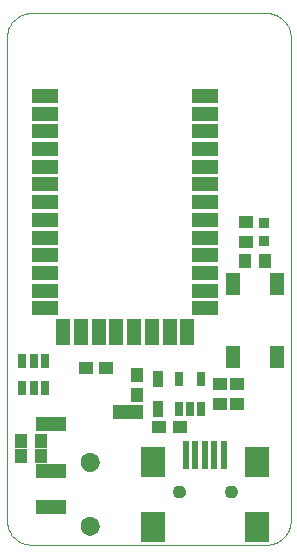
<source format=gts>
G75*
G70*
%OFA0B0*%
%FSLAX24Y24*%
%IPPOS*%
%LPD*%
%AMOC8*
5,1,8,0,0,1.08239X$1,22.5*
%
%ADD10C,0.0000*%
%ADD11R,0.0473X0.0434*%
%ADD12R,0.0355X0.0355*%
%ADD13R,0.0473X0.0749*%
%ADD14R,0.0276X0.0512*%
%ADD15R,0.1024X0.0512*%
%ADD16C,0.0631*%
%ADD17R,0.0434X0.0473*%
%ADD18R,0.0900X0.0460*%
%ADD19R,0.0460X0.0900*%
%ADD20R,0.0827X0.0985*%
%ADD21R,0.0237X0.0949*%
%ADD22C,0.0434*%
%ADD23R,0.0257X0.0512*%
%ADD24R,0.0355X0.0571*%
D10*
X000944Y000912D02*
X008818Y000912D01*
X008818Y000913D02*
X008872Y000915D01*
X008925Y000920D01*
X008978Y000929D01*
X009030Y000942D01*
X009082Y000958D01*
X009132Y000978D01*
X009180Y001001D01*
X009227Y001028D01*
X009272Y001057D01*
X009315Y001090D01*
X009355Y001125D01*
X009393Y001163D01*
X009428Y001203D01*
X009461Y001246D01*
X009490Y001291D01*
X009517Y001338D01*
X009540Y001386D01*
X009560Y001436D01*
X009576Y001488D01*
X009589Y001540D01*
X009598Y001593D01*
X009603Y001646D01*
X009605Y001700D01*
X009605Y017842D01*
X009603Y017896D01*
X009598Y017949D01*
X009589Y018002D01*
X009576Y018054D01*
X009560Y018106D01*
X009540Y018156D01*
X009517Y018204D01*
X009490Y018251D01*
X009461Y018296D01*
X009428Y018339D01*
X009393Y018379D01*
X009355Y018417D01*
X009315Y018452D01*
X009272Y018485D01*
X009227Y018514D01*
X009180Y018541D01*
X009132Y018564D01*
X009082Y018584D01*
X009030Y018600D01*
X008978Y018613D01*
X008925Y018622D01*
X008872Y018627D01*
X008818Y018629D01*
X000944Y018629D01*
X000890Y018627D01*
X000837Y018622D01*
X000784Y018613D01*
X000732Y018600D01*
X000680Y018584D01*
X000630Y018564D01*
X000582Y018541D01*
X000535Y018514D01*
X000490Y018485D01*
X000447Y018452D01*
X000407Y018417D01*
X000369Y018379D01*
X000334Y018339D01*
X000301Y018296D01*
X000272Y018251D01*
X000245Y018204D01*
X000222Y018156D01*
X000202Y018106D01*
X000186Y018054D01*
X000173Y018002D01*
X000164Y017949D01*
X000159Y017896D01*
X000157Y017842D01*
X000156Y017842D02*
X000156Y001700D01*
X000157Y001700D02*
X000159Y001646D01*
X000164Y001593D01*
X000173Y001540D01*
X000186Y001488D01*
X000202Y001436D01*
X000222Y001386D01*
X000245Y001338D01*
X000272Y001291D01*
X000301Y001246D01*
X000334Y001203D01*
X000369Y001163D01*
X000407Y001125D01*
X000447Y001090D01*
X000490Y001057D01*
X000535Y001028D01*
X000582Y001001D01*
X000630Y000978D01*
X000680Y000958D01*
X000732Y000942D01*
X000784Y000929D01*
X000837Y000920D01*
X000890Y000915D01*
X000944Y000913D01*
X002617Y001542D02*
X002619Y001576D01*
X002625Y001610D01*
X002635Y001643D01*
X002648Y001674D01*
X002666Y001704D01*
X002686Y001732D01*
X002710Y001757D01*
X002736Y001779D01*
X002764Y001797D01*
X002795Y001813D01*
X002827Y001825D01*
X002861Y001833D01*
X002895Y001837D01*
X002929Y001837D01*
X002963Y001833D01*
X002997Y001825D01*
X003029Y001813D01*
X003059Y001797D01*
X003088Y001779D01*
X003114Y001757D01*
X003138Y001732D01*
X003158Y001704D01*
X003176Y001674D01*
X003189Y001643D01*
X003199Y001610D01*
X003205Y001576D01*
X003207Y001542D01*
X003205Y001508D01*
X003199Y001474D01*
X003189Y001441D01*
X003176Y001410D01*
X003158Y001380D01*
X003138Y001352D01*
X003114Y001327D01*
X003088Y001305D01*
X003060Y001287D01*
X003029Y001271D01*
X002997Y001259D01*
X002963Y001251D01*
X002929Y001247D01*
X002895Y001247D01*
X002861Y001251D01*
X002827Y001259D01*
X002795Y001271D01*
X002764Y001287D01*
X002736Y001305D01*
X002710Y001327D01*
X002686Y001352D01*
X002666Y001380D01*
X002648Y001410D01*
X002635Y001441D01*
X002625Y001474D01*
X002619Y001508D01*
X002617Y001542D01*
X002617Y003668D02*
X002619Y003702D01*
X002625Y003736D01*
X002635Y003769D01*
X002648Y003800D01*
X002666Y003830D01*
X002686Y003858D01*
X002710Y003883D01*
X002736Y003905D01*
X002764Y003923D01*
X002795Y003939D01*
X002827Y003951D01*
X002861Y003959D01*
X002895Y003963D01*
X002929Y003963D01*
X002963Y003959D01*
X002997Y003951D01*
X003029Y003939D01*
X003059Y003923D01*
X003088Y003905D01*
X003114Y003883D01*
X003138Y003858D01*
X003158Y003830D01*
X003176Y003800D01*
X003189Y003769D01*
X003199Y003736D01*
X003205Y003702D01*
X003207Y003668D01*
X003205Y003634D01*
X003199Y003600D01*
X003189Y003567D01*
X003176Y003536D01*
X003158Y003506D01*
X003138Y003478D01*
X003114Y003453D01*
X003088Y003431D01*
X003060Y003413D01*
X003029Y003397D01*
X002997Y003385D01*
X002963Y003377D01*
X002929Y003373D01*
X002895Y003373D01*
X002861Y003377D01*
X002827Y003385D01*
X002795Y003397D01*
X002764Y003413D01*
X002736Y003431D01*
X002710Y003453D01*
X002686Y003478D01*
X002666Y003506D01*
X002648Y003536D01*
X002635Y003567D01*
X002625Y003600D01*
X002619Y003634D01*
X002617Y003668D01*
X005688Y002684D02*
X005690Y002711D01*
X005696Y002738D01*
X005705Y002764D01*
X005718Y002788D01*
X005734Y002811D01*
X005753Y002830D01*
X005775Y002847D01*
X005799Y002861D01*
X005824Y002871D01*
X005851Y002878D01*
X005878Y002881D01*
X005906Y002880D01*
X005933Y002875D01*
X005959Y002867D01*
X005983Y002855D01*
X006006Y002839D01*
X006027Y002821D01*
X006044Y002800D01*
X006059Y002776D01*
X006070Y002751D01*
X006078Y002725D01*
X006082Y002698D01*
X006082Y002670D01*
X006078Y002643D01*
X006070Y002617D01*
X006059Y002592D01*
X006044Y002568D01*
X006027Y002547D01*
X006006Y002529D01*
X005984Y002513D01*
X005959Y002501D01*
X005933Y002493D01*
X005906Y002488D01*
X005878Y002487D01*
X005851Y002490D01*
X005824Y002497D01*
X005799Y002507D01*
X005775Y002521D01*
X005753Y002538D01*
X005734Y002557D01*
X005718Y002580D01*
X005705Y002604D01*
X005696Y002630D01*
X005690Y002657D01*
X005688Y002684D01*
X007420Y002684D02*
X007422Y002711D01*
X007428Y002738D01*
X007437Y002764D01*
X007450Y002788D01*
X007466Y002811D01*
X007485Y002830D01*
X007507Y002847D01*
X007531Y002861D01*
X007556Y002871D01*
X007583Y002878D01*
X007610Y002881D01*
X007638Y002880D01*
X007665Y002875D01*
X007691Y002867D01*
X007715Y002855D01*
X007738Y002839D01*
X007759Y002821D01*
X007776Y002800D01*
X007791Y002776D01*
X007802Y002751D01*
X007810Y002725D01*
X007814Y002698D01*
X007814Y002670D01*
X007810Y002643D01*
X007802Y002617D01*
X007791Y002592D01*
X007776Y002568D01*
X007759Y002547D01*
X007738Y002529D01*
X007716Y002513D01*
X007691Y002501D01*
X007665Y002493D01*
X007638Y002488D01*
X007610Y002487D01*
X007583Y002490D01*
X007556Y002497D01*
X007531Y002507D01*
X007507Y002521D01*
X007485Y002538D01*
X007466Y002557D01*
X007450Y002580D01*
X007437Y002604D01*
X007428Y002630D01*
X007422Y002657D01*
X007420Y002684D01*
D11*
X007243Y005597D03*
X007243Y006267D03*
X007833Y006267D03*
X007833Y005597D03*
X005904Y004849D03*
X005235Y004849D03*
X003444Y006818D03*
X002774Y006818D03*
X008129Y011011D03*
X008129Y011680D03*
D12*
X008719Y011641D03*
X008719Y011050D03*
D13*
X009152Y009613D03*
X009152Y007172D03*
X007696Y007172D03*
X007696Y009613D03*
D14*
X001416Y007034D03*
X001042Y007034D03*
X000668Y007034D03*
X000668Y006129D03*
X001042Y006129D03*
X001416Y006129D03*
D15*
X001633Y004928D03*
X001633Y003353D03*
X001633Y002172D03*
X004192Y005322D03*
D16*
X002912Y003668D03*
X002912Y001542D03*
D17*
X001278Y003865D03*
X001278Y004357D03*
X000609Y004357D03*
X000609Y003865D03*
X004487Y005893D03*
X004487Y006562D03*
X008089Y010361D03*
X008759Y010361D03*
D18*
X006751Y010558D03*
X006751Y009968D03*
X006751Y009377D03*
X006751Y008786D03*
X006751Y011149D03*
X006751Y011739D03*
X006751Y012330D03*
X006751Y012920D03*
X006751Y013511D03*
X006751Y014101D03*
X006751Y014692D03*
X006751Y015282D03*
X006751Y015873D03*
X001436Y015873D03*
X001436Y015282D03*
X001436Y014692D03*
X001436Y014101D03*
X001436Y013511D03*
X001436Y012920D03*
X001436Y012330D03*
X001436Y011739D03*
X001436Y011149D03*
X001436Y010558D03*
X001436Y009968D03*
X001436Y009377D03*
X001436Y008786D03*
D19*
X002026Y007999D03*
X002617Y007999D03*
X003207Y007999D03*
X003798Y007999D03*
X004389Y007999D03*
X004979Y007999D03*
X005570Y007999D03*
X006160Y007999D03*
D20*
X005019Y003668D03*
X005019Y001503D03*
X008483Y001503D03*
X008483Y003668D03*
D21*
X007381Y003890D03*
X007066Y003890D03*
X006751Y003890D03*
X006436Y003890D03*
X006121Y003890D03*
D22*
X005885Y002684D03*
X007617Y002684D03*
D23*
X006633Y005420D03*
X006259Y005420D03*
X005885Y005420D03*
X005885Y006444D03*
X006633Y006444D03*
D24*
X005176Y006432D03*
X005176Y005432D03*
M02*

</source>
